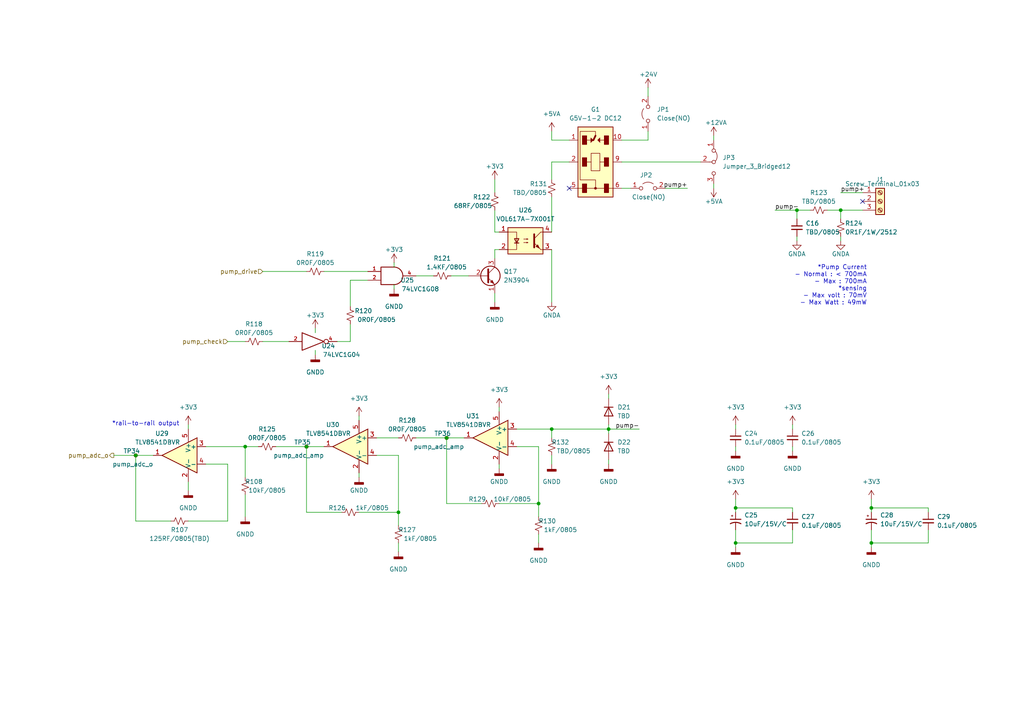
<source format=kicad_sch>
(kicad_sch (version 20211123) (generator eeschema)
  (paper "A4")
  (title_block (title "pump_motor_drive") (date "2022-07-12") (rev "rev01"))
  (lib_symbols
    (symbol "74xGxx:74LVC1G04" (pin_names (offset 1.016))
      (property "Reference" "U" (at -2.54 3.81 0))
      (property "Value" "74LVC1G04" (at 0 -3.81 0))
      (symbol "74LVC1G04_0_1"
        (polyline (pts (xy -3.81 2.54) (xy -3.81 -2.54) (xy 2.54 0) (xy -3.81 2.54)) (stroke (width 0.254)))
      )
      (symbol "74LVC1G04_1_1"
        (pin input line (at -7.62 0 0) (length 3.81) (name "~") (number "2"))
        (pin power_in line (at 0 -2.54 270) (length 0) hide (name "GND") (number "3"))
        (pin output inverted (at 6.35 0 180) (length 3.81) (name "~") (number "4"))
        (pin power_in line (at 0 2.54 90) (length 0) hide (name "VCC") (number "5"))
      )
    )
    (symbol "74xGxx:74LVC1G08" (pin_names (offset 1.016))
      (property "Reference" "U" (at -2.54 3.81 0))
      (property "Value" "74LVC1G08" (at 0 -3.81 0))
      (symbol "74LVC1G08_0_1"
        (arc (start 0 -2.54) (mid 2.54 0) (end 0 2.54) (stroke (width 0.254)))
        (polyline (pts (xy 0 -2.54) (xy -3.81 -2.54) (xy -3.81 2.54) (xy 0 2.54)) (stroke (width 0.254)))
      )
      (symbol "74LVC1G08_1_1"
        (pin input line (at -7.62 1.27 0) (length 3.81) (name "~") (number "1"))
        (pin input line (at -7.62 -1.27 0) (length 3.81) (name "~") (number "2"))
        (pin power_in line (at 0 -2.54 270) (length 0) hide (name "GND") (number "3"))
        (pin output line (at 6.35 0 180) (length 3.81) (name "~") (number "4"))
        (pin power_in line (at 0 2.54 90) (length 0) hide (name "VCC") (number "5"))
      )
    )
    (symbol "Amplifier_Operational:TLV2371DBV" (pin_names (offset 0.127))
      (property "Reference" "U" (at -1.27 6.35 0))
      (property "Value" "TLV2371DBV" (at -1.27 3.81 0))
      (symbol "TLV2371DBV_0_1"
        (polyline (pts (xy -5.08 5.08) (xy 5.08 0) (xy -5.08 -5.08) (xy -5.08 5.08)) (stroke (width 0.254)) (fill (type background)))
        (pin power_in line (at -2.54 -7.62 90) (length 3.81) (name "V-") (number "2"))
        (pin power_in line (at -2.54 7.62 270) (length 3.81) (name "V+") (number "5"))
      )
      (symbol "TLV2371DBV_1_1"
        (pin output line (at 7.62 0 180) (length 2.54) (name "~") (number "1"))
        (pin input line (at -7.62 2.54 0) (length 2.54) (name "+") (number "3"))
        (pin input line (at -7.62 -2.54 0) (length 2.54) (name "-") (number "4"))
      )
    )
    (symbol "Connector:Screw_Terminal_01x03" (pin_names (offset 1.016) hide)
      (property "Reference" "J" (at 0 5.08 0))
      (property "Value" "Screw_Terminal_01x03" (at 0 -5.08 0))
      (symbol "Screw_Terminal_01x03_1_1"
        (rectangle (start -1.27 3.81) (end 1.27 -3.81) (stroke (width 0.254)) (fill (type background)))
        (circle (center 0 -2.54) (radius 0.635) (stroke (width 0.1524)))
        (polyline (pts (xy -0.5334 -2.2098) (xy 0.3302 -3.048)) (stroke (width 0.1524)))
        (polyline (pts (xy -0.5334 0.3302) (xy 0.3302 -0.508)) (stroke (width 0.1524)))
        (polyline (pts (xy -0.5334 2.8702) (xy 0.3302 2.032)) (stroke (width 0.1524)))
        (polyline (pts (xy -0.3556 -2.032) (xy 0.508 -2.8702)) (stroke (width 0.1524)))
        (polyline (pts (xy -0.3556 0.508) (xy 0.508 -0.3302)) (stroke (width 0.1524)))
        (polyline (pts (xy -0.3556 3.048) (xy 0.508 2.2098)) (stroke (width 0.1524)))
        (circle (center 0 0) (radius 0.635) (stroke (width 0.1524)))
        (circle (center 0 2.54) (radius 0.635) (stroke (width 0.1524)))
        (pin passive line (at -5.08 2.54 0) (length 3.81) (name "Pin_1") (number "1"))
        (pin passive line (at -5.08 0 0) (length 3.81) (name "Pin_2") (number "2"))
        (pin passive line (at -5.08 -2.54 0) (length 3.81) (name "Pin_3") (number "3"))
      )
    )
    (symbol "Connector:TestPoint_Small" (pin_numbers hide) (pin_names (offset 0.762) hide)
      (property "Reference" "TP" (at 0 3.81 0))
      (property "Value" "TestPoint_Small" (at 0 2.032 0))
      (symbol "TestPoint_Small_0_1"
        (circle (center 0 0) (radius 0.508))
      )
      (symbol "TestPoint_Small_1_1"
        (pin passive line (at 0 0 90) (length 0) (name "1") (number "1"))
      )
    )
    (symbol "Device:C_Polarized_Small_US" (pin_numbers hide) (pin_names (offset 0.254) hide)
      (property "Reference" "C" (at 0.254 1.778 0))
      (property "Value" "C_Polarized_Small_US" (at 0.254 -2.032 0))
      (symbol "C_Polarized_Small_US_0_1"
        (polyline (pts (xy -1.524 0.508) (xy 1.524 0.508)) (stroke (width 0.3048)))
        (polyline (pts (xy -1.27 1.524) (xy -0.762 1.524)))
        (polyline (pts (xy -1.016 1.27) (xy -1.016 1.778)))
        (arc (start 1.524 -0.762) (mid 0 -0.3734) (end -1.524 -0.762) (stroke (width 0.3048)))
      )
      (symbol "C_Polarized_Small_US_1_1"
        (pin passive line (at 0 2.54 270) (length 2.032) (name "~") (number "1"))
        (pin passive line (at 0 -2.54 90) (length 2.032) (name "~") (number "2"))
      )
    )
    (symbol "Device:C_Small" (pin_numbers hide) (pin_names (offset 0.254) hide)
      (property "Reference" "C" (at 0.254 1.778 0))
      (property "Value" "C_Small" (at 0.254 -2.032 0))
      (symbol "C_Small_0_1"
        (polyline (pts (xy -1.524 -0.508) (xy 1.524 -0.508)) (stroke (width 0.3302)))
        (polyline (pts (xy -1.524 0.508) (xy 1.524 0.508)) (stroke (width 0.3048)))
      )
      (symbol "C_Small_1_1"
        (pin passive line (at 0 2.54 270) (length 2.032) (name "~") (number "1"))
        (pin passive line (at 0 -2.54 90) (length 2.032) (name "~") (number "2"))
      )
    )
    (symbol "Device:R_Small_US" (pin_numbers hide) (pin_names (offset 0.254) hide)
      (property "Reference" "R" (at 0.762 0.508 0))
      (property "Value" "R_Small_US" (at 0.762 -1.016 0))
      (symbol "R_Small_US_1_1"
        (polyline (pts (xy 0 0) (xy 1.016 -0.381) (xy 0 -0.762) (xy -1.016 -1.143) (xy 0 -1.524)))
        (polyline (pts (xy 0 1.524) (xy 1.016 1.143) (xy 0 0.762) (xy -1.016 0.381) (xy 0 0)))
        (pin passive line (at 0 2.54 270) (length 1.016) (name "~") (number "1"))
        (pin passive line (at 0 -2.54 90) (length 1.016) (name "~") (number "2"))
      )
    )
    (symbol "Diode:1N4148W" (pin_numbers hide) (pin_names (offset 1.016) hide)
      (property "Reference" "D" (at 0 2.54 0))
      (property "Value" "1N4148W" (at 0 -2.54 0))
      (symbol "1N4148W_0_1"
        (polyline (pts (xy -1.27 1.27) (xy -1.27 -1.27)) (stroke (width 0.254)))
        (polyline (pts (xy 1.27 0) (xy -1.27 0)))
        (polyline (pts (xy 1.27 1.27) (xy 1.27 -1.27) (xy -1.27 0) (xy 1.27 1.27)) (stroke (width 0.254)))
      )
      (symbol "1N4148W_1_1"
        (pin passive line (at -3.81 0 0) (length 2.54) (name "K") (number "1"))
        (pin passive line (at 3.81 0 180) (length 2.54) (name "A") (number "2"))
      )
    )
    (symbol "Isolator:SFH617A-1" (pin_names (offset 1.016))
      (property "Reference" "U" (at -5.08 5.08 0))
      (property "Value" "SFH617A-1" (at 0 5.08 0))
      (symbol "SFH617A-1_0_1"
        (rectangle (start -5.08 3.81) (end 5.08 -3.81) (stroke (width 0.254)) (fill (type background)))
        (polyline (pts (xy -3.175 -0.635) (xy -1.905 -0.635)) (stroke (width 0.254)))
        (polyline (pts (xy 2.54 0.635) (xy 4.445 2.54)))
        (polyline (pts (xy 4.445 -2.54) (xy 2.54 -0.635)) (fill (type outline)))
        (polyline (pts (xy 4.445 -2.54) (xy 5.08 -2.54)))
        (polyline (pts (xy 4.445 2.54) (xy 5.08 2.54)))
        (polyline (pts (xy -2.54 -0.635) (xy -2.54 -2.54) (xy -5.08 -2.54)))
        (polyline (pts (xy 2.54 1.905) (xy 2.54 -1.905) (xy 2.54 -1.905)) (stroke (width 0.508)))
        (polyline (pts (xy -5.08 2.54) (xy -2.54 2.54) (xy -2.54 -1.27) (xy -2.54 0.635)))
        (polyline (pts (xy -2.54 -0.635) (xy -3.175 0.635) (xy -1.905 0.635) (xy -2.54 -0.635)) (stroke (width 0.254)))
        (polyline (pts (xy -0.508 -0.508) (xy 0.762 -0.508) (xy 0.381 -0.635) (xy 0.381 -0.381) (xy 0.762 -0.508)))
        (polyline (pts (xy -0.508 0.508) (xy 0.762 0.508) (xy 0.381 0.381) (xy 0.381 0.635) (xy 0.762 0.508)))
        (polyline (pts (xy 3.048 -1.651) (xy 3.556 -1.143) (xy 4.064 -2.159) (xy 3.048 -1.651) (xy 3.048 -1.651)) (fill (type outline)))
      )
      (symbol "SFH617A-1_1_1"
        (pin passive line (at -7.62 2.54 0) (length 2.54) (name "~") (number "1"))
        (pin passive line (at -7.62 -2.54 0) (length 2.54) (name "~") (number "2"))
        (pin passive line (at 7.62 -2.54 180) (length 2.54) (name "~") (number "3"))
        (pin passive line (at 7.62 2.54 180) (length 2.54) (name "~") (number "4"))
      )
    )
    (symbol "Jumper:Jumper_2_Open" (pin_names (offset 0) hide)
      (property "Reference" "JP" (at 0 2.794 0))
      (property "Value" "Jumper_2_Open" (at 0 -2.286 0))
      (symbol "Jumper_2_Open_0_0"
        (circle (center -2.032 0) (radius 0.508))
        (circle (center 2.032 0) (radius 0.508))
      )
      (symbol "Jumper_2_Open_0_1"
        (arc (start 1.524 1.27) (mid 0 1.778) (end -1.524 1.27))
      )
      (symbol "Jumper_2_Open_1_1"
        (pin passive line (at -5.08 0 0) (length 2.54) (name "A") (number "1"))
        (pin passive line (at 5.08 0 180) (length 2.54) (name "B") (number "2"))
      )
    )
    (symbol "Jumper:Jumper_3_Bridged12" (pin_names (offset 0) hide)
      (property "Reference" "JP" (at -2.54 -2.54 0))
      (property "Value" "Jumper_3_Bridged12" (at 0 2.794 0))
      (symbol "Jumper_3_Bridged12_0_0"
        (circle (center -3.302 0) (radius 0.508))
        (circle (center 0 0) (radius 0.508))
        (circle (center 3.302 0) (radius 0.508))
      )
      (symbol "Jumper_3_Bridged12_0_1"
        (arc (start -0.254 0.508) (mid -1.651 0.9912) (end -3.048 0.508))
        (polyline (pts (xy 0 -1.27) (xy 0 -0.508)))
      )
      (symbol "Jumper_3_Bridged12_1_1"
        (pin passive line (at -6.35 0 0) (length 2.54) (name "A") (number "1"))
        (pin passive line (at 0 -3.81 90) (length 2.54) (name "C") (number "2"))
        (pin passive line (at 6.35 0 180) (length 2.54) (name "B") (number "3"))
      )
    )
    (symbol "Relay:FINDER-40.41"
      (property "Reference" "G?" (at 11.43 1.2701 0))
      (property "Value" "G5V-1-2 DC12" (at 11.43 -1.2699 0))
      (symbol "FINDER-40.41_0_1"
        (rectangle (start -10.16 5.08) (end 10.16 -5.08) (stroke (width 0.254)) (fill (type background)))
        (rectangle (start -7.62 -2.54) (end -5.08 -3.81) (fill (type outline)))
        (rectangle (start -7.62 3.81) (end -5.08 2.54) (fill (type outline)))
        (rectangle (start -2.54 1.27) (end 2.54 -1.27))
        (rectangle (start -1.27 -2.54) (end 1.27 -3.81) (fill (type outline)))
        (rectangle (start -1.27 3.81) (end 1.27 2.54) (fill (type outline)))
        (polyline (pts (xy -6.35 -1.27) (xy -6.35 -2.54)))
        (polyline (pts (xy -6.35 1.27) (xy -6.35 2.54)))
        (polyline (pts (xy -6.324 0.6235) (xy -7.62 0)) (stroke (width 0.508)))
        (polyline (pts (xy 0 -2.54) (xy 0 -1.27)))
        (polyline (pts (xy 0 2.54) (xy 0 1.27)))
        (polyline (pts (xy 7.62 -3.81) (xy 7.62 -5.08)))
        (polyline (pts (xy 7.62 2.54) (xy 7.62 -2.54)))
        (polyline (pts (xy 7.62 5.08) (xy 7.62 3.81)))
        (polyline (pts (xy -5.7264 -1.2762) (xy -6.9964 -1.2762) (xy -6.3614 -0.6412) (xy -5.7264 -1.2762)) (fill (type outline)))
        (polyline (pts (xy -5.7004 1.3479) (xy -6.9704 1.3479) (xy -6.3354 0.7129) (xy -5.7004 1.3479)) (fill (type outline)))
        (polyline (pts (xy -7.62 0) (xy -8.89 0) (xy -8.8754 4.4668) (xy 5.186 4.4668) (xy 5.186 -0.0228) (xy 7.5556 -0.0228)))
        (rectangle (start 6.35 -2.54) (end 8.89 -3.81) (fill (type outline)))
        (rectangle (start 6.35 3.81) (end 8.89 2.54) (fill (type outline)))
        (circle (center 7.62 0) (radius 0.3072) (fill (type outline)))
      )
      (symbol "FINDER-40.41_1_1"
        (pin passive line (at -6.35 7.62 270) (length 2.54) (name "~") (number "1"))
        (pin passive line (at -6.35 -7.62 90) (length 2.54) (name "~") (number "10"))
        (pin passive line (at 0 7.62 270) (length 2.54) (name "~") (number "2"))
        (pin passive line (at 7.62 7.62 270) (length 2.54) (name "~") (number "5"))
        (pin passive line (at 7.62 -7.62 90) (length 2.54) (name "~") (number "6"))
        (pin passive line (at 0 -7.62 90) (length 2.54) (name "~") (number "9"))
      )
    )
    (symbol "Transistor_BJT:2N3904" (pin_names (offset 0) hide)
      (property "Reference" "Q" (at 5.08 1.905 0))
      (property "Value" "2N3904" (at 5.08 0 0))
      (symbol "2N3904_0_1"
        (polyline (pts (xy 0.635 0.635) (xy 2.54 2.54)))
        (polyline (pts (xy 0.635 -0.635) (xy 2.54 -2.54) (xy 2.54 -2.54)))
        (polyline (pts (xy 0.635 1.905) (xy 0.635 -1.905) (xy 0.635 -1.905)) (stroke (width 0.508)))
        (polyline (pts (xy 1.27 -1.778) (xy 1.778 -1.27) (xy 2.286 -2.286) (xy 1.27 -1.778) (xy 1.27 -1.778)) (fill (type outline)))
        (circle (center 1.27 0) (radius 2.8194) (stroke (width 0.254)))
      )
      (symbol "2N3904_1_1"
        (pin passive line (at 2.54 -5.08 90) (length 2.54) (name "E") (number "1"))
        (pin passive line (at -5.08 0 0) (length 5.715) (name "B") (number "2"))
        (pin passive line (at 2.54 5.08 270) (length 2.54) (name "C") (number "3"))
      )
    )
    (symbol "power:+12VA" (power) (pin_names (offset 0))
      (property "Value" "+12VA" (at 0 3.556 0))
      (symbol "+12VA_0_1"
        (polyline (pts (xy -0.762 1.27) (xy 0 2.54)))
        (polyline (pts (xy 0 0) (xy 0 2.54)))
        (polyline (pts (xy 0 2.54) (xy 0.762 1.27)))
      )
      (symbol "+12VA_1_1"
        (pin power_in line (at 0 0 90) (length 0) hide (name "+12VA") (number "1"))
      )
    )
    (symbol "power:+24V" (power) (pin_names (offset 0))
      (property "Value" "+24V" (at 0 3.556 0))
      (symbol "+24V_0_1"
        (polyline (pts (xy -0.762 1.27) (xy 0 2.54)))
        (polyline (pts (xy 0 0) (xy 0 2.54)))
        (polyline (pts (xy 0 2.54) (xy 0.762 1.27)))
      )
      (symbol "+24V_1_1"
        (pin power_in line (at 0 0 90) (length 0) hide (name "+24V") (number "1"))
      )
    )
    (symbol "power:+3V3" (power) (pin_names (offset 0))
      (property "Value" "+3V3" (at 0 3.556 0))
      (symbol "+3V3_0_1"
        (polyline (pts (xy -0.762 1.27) (xy 0 2.54)))
        (polyline (pts (xy 0 0) (xy 0 2.54)))
        (polyline (pts (xy 0 2.54) (xy 0.762 1.27)))
      )
      (symbol "+3V3_1_1"
        (pin power_in line (at 0 0 90) (length 0) hide (name "+3V3") (number "1"))
      )
    )
    (symbol "power:+5VA" (power) (pin_names (offset 0))
      (property "Value" "+5VA" (at 0 3.556 0))
      (symbol "+5VA_0_1"
        (polyline (pts (xy -0.762 1.27) (xy 0 2.54)))
        (polyline (pts (xy 0 0) (xy 0 2.54)))
        (polyline (pts (xy 0 2.54) (xy 0.762 1.27)))
      )
      (symbol "+5VA_1_1"
        (pin power_in line (at 0 0 90) (length 0) hide (name "+5VA") (number "1"))
      )
    )
    (symbol "power:GNDA" (power) (pin_names (offset 0))
      (property "Value" "GNDA" (at 0 -3.81 0))
      (symbol "GNDA_0_1"
        (polyline (pts (xy 0 0) (xy 0 -1.27) (xy 1.27 -1.27) (xy 0 -2.54) (xy -1.27 -1.27) (xy 0 -1.27)))
      )
      (symbol "GNDA_1_1"
        (pin power_in line (at 0 0 270) (length 0) hide (name "GNDA") (number "1"))
      )
    )
    (symbol "power:GNDD" (power) (pin_names (offset 0))
      (property "Value" "GNDD" (at 0 -3.175 0))
      (symbol "GNDD_0_1"
        (rectangle (start -1.27 -1.524) (end 1.27 -2.032) (stroke (width 0.254)) (fill (type outline)))
        (polyline (pts (xy 0 0) (xy 0 -1.524)))
      )
      (symbol "GNDD_1_1"
        (pin power_in line (at 0 0 270) (length 0) hide (name "GNDD") (number "1"))
      )
    )
  )
  (junction (at 213.36 157.48))
  (junction (at 129.54 127))
  (junction (at 252.73 147.32))
  (junction (at 252.73 157.48))
  (junction (at 176.53 124.46))
  (junction (at 160.02 124.46))
  (junction (at 88.9 129.54))
  (junction (at 71.12 129.54))
  (junction (at 213.36 147.32))
  (junction (at 231.14 60.96))
  (junction (at 39.37 132.08))
  (junction (at 243.84 60.96))
  (junction (at 115.57 148.59))
  (junction (at 156.21 146.05))
  (no_connect (at 250.19 58.42))
  (no_connect (at 165.1 54.61))
  (wire (pts (xy 156.21 154.94) (xy 156.21 157.48)))
  (wire (pts (xy 129.54 127) (xy 134.62 127)))
  (wire (pts (xy 71.12 143.51) (xy 71.12 149.86)))
  (wire (pts (xy 213.36 157.48) (xy 213.36 158.75)))
  (wire (pts (xy 243.84 60.96) (xy 250.19 60.96)))
  (wire (pts (xy 207.01 53.34) (xy 207.01 54.61)))
  (wire (pts (xy 176.53 114.3) (xy 176.53 115.57)))
  (wire (pts (xy 243.84 60.96) (xy 243.84 63.5)))
  (wire (pts (xy 93.98 78.74) (xy 106.68 78.74)))
  (wire (pts (xy 229.87 129.54) (xy 229.87 130.81)))
  (wire (pts (xy 160.02 124.46) (xy 160.02 127)))
  (wire (pts (xy 156.21 129.54) (xy 156.21 146.05)))
  (wire (pts (xy 160.02 124.46) (xy 176.53 124.46)))
  (wire (pts (xy 39.37 132.08) (xy 33.02 132.08)))
  (wire (pts (xy 229.87 147.32) (xy 213.36 147.32)))
  (wire (pts (xy 269.24 148.59) (xy 269.24 147.32)))
  (wire (pts (xy 129.54 127) (xy 129.54 146.05)))
  (wire (pts (xy 120.65 80.01) (xy 125.73 80.01)))
  (wire (pts (xy 76.2 78.74) (xy 88.9 78.74)))
  (wire (pts (xy 160.02 38.1) (xy 160.02 40.64)))
  (wire (pts (xy 54.61 123.19) (xy 54.61 124.46)))
  (wire (pts (xy 115.57 148.59) (xy 115.57 152.4)))
  (wire (pts (xy 109.22 132.08) (xy 115.57 132.08)))
  (wire (pts (xy 88.9 129.54) (xy 93.98 129.54)))
  (wire (pts (xy 91.44 101.6) (xy 91.44 102.87)))
  (wire (pts (xy 80.01 129.54) (xy 88.9 129.54)))
  (wire (pts (xy 54.61 151.13) (xy 66.04 151.13)))
  (wire (pts (xy 88.9 129.54) (xy 88.9 148.59)))
  (wire (pts (xy 143.51 85.09) (xy 143.51 87.63)))
  (wire (pts (xy 193.04 54.61) (xy 199.39 54.61)))
  (wire (pts (xy 76.2 99.06) (xy 83.82 99.06)))
  (wire (pts (xy 59.69 134.62) (xy 66.04 134.62)))
  (wire (pts (xy 252.73 157.48) (xy 252.73 158.75)))
  (wire (pts (xy 149.86 124.46) (xy 160.02 124.46)))
  (wire (pts (xy 144.78 146.05) (xy 156.21 146.05)))
  (wire (pts (xy 252.73 144.78) (xy 252.73 147.32)))
  (wire (pts (xy 115.57 157.48) (xy 115.57 160.02)))
  (wire (pts (xy 231.14 68.58) (xy 231.14 69.85)))
  (wire (pts (xy 229.87 124.46) (xy 229.87 123.19)))
  (wire (pts (xy 97.79 99.06) (xy 101.6 99.06)))
  (wire (pts (xy 143.51 60.96) (xy 143.51 67.31)))
  (wire (pts (xy 101.6 88.9) (xy 101.6 81.28)))
  (wire (pts (xy 180.34 46.99) (xy 203.2 46.99)))
  (wire (pts (xy 243.84 68.58) (xy 243.84 69.85)))
  (wire (pts (xy 71.12 129.54) (xy 74.93 129.54)))
  (wire (pts (xy 101.6 81.28) (xy 106.68 81.28)))
  (wire (pts (xy 71.12 129.54) (xy 71.12 138.43)))
  (wire (pts (xy 187.96 40.64) (xy 187.96 38.1)))
  (wire (pts (xy 160.02 57.15) (xy 160.02 67.31)))
  (wire (pts (xy 176.53 124.46) (xy 185.42 124.46)))
  (wire (pts (xy 213.36 124.46) (xy 213.36 123.19)))
  (wire (pts (xy 44.45 132.08) (xy 39.37 132.08)))
  (wire (pts (xy 160.02 46.99) (xy 165.1 46.99)))
  (wire (pts (xy 114.3 76.2) (xy 114.3 77.47)))
  (wire (pts (xy 229.87 153.67) (xy 229.87 157.48)))
  (wire (pts (xy 213.36 144.78) (xy 213.36 147.32)))
  (wire (pts (xy 180.34 54.61) (xy 182.88 54.61)))
  (wire (pts (xy 213.36 157.48) (xy 229.87 157.48)))
  (wire (pts (xy 39.37 151.13) (xy 49.53 151.13)))
  (wire (pts (xy 109.22 127) (xy 115.57 127)))
  (wire (pts (xy 231.14 60.96) (xy 234.95 60.96)))
  (wire (pts (xy 240.03 60.96) (xy 243.84 60.96)))
  (wire (pts (xy 231.14 63.5) (xy 231.14 60.96)))
  (wire (pts (xy 104.14 137.16) (xy 104.14 138.43)))
  (wire (pts (xy 269.24 147.32) (xy 252.73 147.32)))
  (wire (pts (xy 144.78 72.39) (xy 143.51 72.39)))
  (wire (pts (xy 187.96 27.94) (xy 187.96 25.4)))
  (wire (pts (xy 129.54 146.05) (xy 139.7 146.05)))
  (wire (pts (xy 176.53 133.35) (xy 176.53 134.62)))
  (wire (pts (xy 165.1 40.64) (xy 160.02 40.64)))
  (wire (pts (xy 160.02 46.99) (xy 160.02 52.07)))
  (wire (pts (xy 143.51 67.31) (xy 144.78 67.31)))
  (wire (pts (xy 54.61 139.7) (xy 54.61 142.24)))
  (wire (pts (xy 176.53 124.46) (xy 176.53 125.73)))
  (wire (pts (xy 213.36 147.32) (xy 213.36 148.59)))
  (wire (pts (xy 224.79 60.96) (xy 231.14 60.96)))
  (wire (pts (xy 130.81 80.01) (xy 135.89 80.01)))
  (wire (pts (xy 101.6 93.98) (xy 101.6 99.06)))
  (wire (pts (xy 176.53 123.19) (xy 176.53 124.46)))
  (wire (pts (xy 66.04 134.62) (xy 66.04 151.13)))
  (wire (pts (xy 144.78 118.11) (xy 144.78 119.38)))
  (wire (pts (xy 115.57 132.08) (xy 115.57 148.59)))
  (wire (pts (xy 104.14 148.59) (xy 115.57 148.59)))
  (wire (pts (xy 252.73 153.67) (xy 252.73 157.48)))
  (wire (pts (xy 149.86 129.54) (xy 156.21 129.54)))
  (wire (pts (xy 252.73 147.32) (xy 252.73 148.59)))
  (wire (pts (xy 180.34 40.64) (xy 187.96 40.64)))
  (wire (pts (xy 160.02 72.39) (xy 160.02 87.63)))
  (wire (pts (xy 91.44 95.25) (xy 91.44 96.52)))
  (wire (pts (xy 88.9 148.59) (xy 99.06 148.59)))
  (wire (pts (xy 213.36 129.54) (xy 213.36 130.81)))
  (wire (pts (xy 120.65 127) (xy 129.54 127)))
  (wire (pts (xy 269.24 153.67) (xy 269.24 157.48)))
  (wire (pts (xy 243.84 55.88) (xy 250.19 55.88)))
  (wire (pts (xy 207.01 39.37) (xy 207.01 40.64)))
  (wire (pts (xy 143.51 72.39) (xy 143.51 74.93)))
  (wire (pts (xy 59.69 129.54) (xy 71.12 129.54)))
  (wire (pts (xy 144.78 134.62) (xy 144.78 135.89)))
  (wire (pts (xy 104.14 120.65) (xy 104.14 121.92)))
  (wire (pts (xy 213.36 153.67) (xy 213.36 157.48)))
  (wire (pts (xy 229.87 148.59) (xy 229.87 147.32)))
  (wire (pts (xy 66.04 99.06) (xy 71.12 99.06)))
  (wire (pts (xy 114.3 82.55) (xy 114.3 83.82)))
  (wire (pts (xy 39.37 151.13) (xy 39.37 132.08)))
  (wire (pts (xy 160.02 132.08) (xy 160.02 134.62)))
  (wire (pts (xy 143.51 55.88) (xy 143.51 52.07)))
  (wire (pts (xy 156.21 146.05) (xy 156.21 149.86)))
  (wire (pts (xy 252.73 157.48) (xy 269.24 157.48)))
  (text "*rail-to-rail output\n\n" (at 52.07 125.73 180) (effects (font (size 1.27 1.27)) (justify right bottom)))
  (text "*Pump Current\n- Normal : < 700mA\n- Max : 700mA\n*sensing\n- Max volt : 70mV\n- Max Watt : 49mW\n\n\n" (at 251.46 92.71 0) (effects (font (size 1.27 1.27)) (justify right bottom)))
  (label "pump+" (at 243.84 55.88 0))
  (label "pump-" (at 185.42 124.46 180))
  (label "pump-" (at 224.79 60.96 0))
  (label "pump+" (at 199.39 54.61 180))
  (hierarchical_label "pump_drive" (shape input) (at 76.2 78.74 180))
  (hierarchical_label "pump_check" (shape input) (at 66.04 99.06 180))
  (hierarchical_label "pump_adc_o" (shape output) (at 33.02 132.08 180))
  (symbol (lib_id "power:GNDD") (at 143.51 87.63 0) (unit 1)
    (property "Reference" "#PWR06" (effects hide))
    (property "Value" "GNDD" (at 143.51 92.71 0))
  )
  (symbol (lib_id "power:GNDD") (at 104.14 138.43 0) (mirror y) (unit 1)
    (property "Reference" "#PWR079" (effects hide))
    (property "Value" "GNDD" (at 104.14 142.24 0))
  )
  (symbol (lib_id "Device:C_Small") (at 231.14 66.04 0) (unit 1)
    (property "Reference" "C16" (at 233.68 64.7762 0) (effects (justify left)))
    (property "Value" "TBD/0805" (at 233.68 67.3162 0) (effects (justify left)))
  )
  (symbol (lib_id "power:+5VA") (at 160.02 38.1 0) (unit 1)
    (property "Reference" "#PWR07" (effects hide))
    (property "Value" "+5VA" (at 160.02 33.02 0))
  )
  (symbol (lib_id "power:+3V3") (at 143.51 52.07 0) (unit 1)
    (property "Reference" "#PWR05" (effects hide))
    (property "Value" "+3V3" (at 143.51 48.26 0))
  )
  (symbol (lib_id "power:+12VA") (at 207.01 39.37 0) (unit 1)
    (property "Reference" "#PWR088" (effects hide))
    (property "Value" "+12VA" (at 204.47 35.56 0) (effects (justify left)))
  )
  (symbol (lib_id "Device:C_Polarized_Small_US") (at 252.73 151.13 0) (unit 1)
    (property "Reference" "C28" (at 255.27 149.4281 0) (effects (justify left)))
    (property "Value" "10uF/15V/C" (at 255.27 151.9681 0) (effects (justify left)))
  )
  (symbol (lib_id "power:GNDA") (at 160.02 87.63 0) (unit 1)
    (property "Reference" "#PWR08" (effects hide))
    (property "Value" "GNDA" (at 160.02 91.44 0))
  )
  (symbol (lib_id "Device:R_Small_US") (at 143.51 58.42 180) (unit 1)
    (property "Reference" "R122" (at 139.7 57.15 0))
    (property "Value" "68RF/0805" (at 137.16 59.69 0))
  )
  (symbol (lib_id "power:GNDD") (at 91.44 102.87 0) (unit 1)
    (property "Reference" "#PWR02" (effects hide))
    (property "Value" "GNDD" (at 91.44 107.95 0))
  )
  (symbol (lib_id "power:GNDD") (at 213.36 158.75 0) (unit 1)
    (property "Reference" "#PWR093" (effects hide))
    (property "Value" "GNDD" (at 213.36 163.83 0))
  )
  (symbol (lib_id "power:+5VA") (at 207.01 54.61 180) (unit 1)
    (property "Reference" "#PWR089" (effects hide))
    (property "Value" "+5VA" (at 204.47 58.42 0) (effects (justify right)))
  )
  (symbol (lib_id "power:GNDD") (at 54.61 142.24 0) (mirror y) (unit 1)
    (property "Reference" "#PWR076" (effects hide))
    (property "Value" "GNDD" (at 54.61 147.32 0))
  )
  (symbol (lib_id "Device:R_Small_US") (at 91.44 78.74 90) (unit 1)
    (property "Reference" "R119" (at 91.44 73.66 90))
    (property "Value" "0R0F/0805" (at 91.44 76.2 90))
  )
  (symbol (lib_id "power:GNDD") (at 115.57 160.02 0) (mirror y) (unit 1)
    (property "Reference" "#PWR080" (effects hide))
    (property "Value" "GNDD" (at 115.57 165.1 0))
  )
  (symbol (lib_id "power:GNDD") (at 71.12 149.86 0) (mirror y) (unit 1)
    (property "Reference" "#PWR077" (effects hide))
    (property "Value" "GNDD" (at 71.12 154.94 0))
  )
  (symbol (lib_id "Connector:TestPoint_Small") (at 39.37 132.08 0) (mirror y) (unit 1)
    (property "Reference" "TP34" (at 40.64 130.81 0) (effects (justify left)))
    (property "Value" "pump_adc_o" (at 44.45 134.62 0) (effects (justify left)))
  )
  (symbol (lib_id "power:+3V3") (at 104.14 120.65 0) (unit 1)
    (property "Reference" "#PWR078" (effects hide))
    (property "Value" "+3V3" (at 104.14 115.57 0))
  )
  (symbol (lib_id "Jumper:Jumper_2_Open") (at 187.96 33.02 90) (unit 1)
    (property "Reference" "JP1" (at 190.5 31.75 90) (effects (justify right)))
    (property "Value" "Close(NO)" (at 190.5 34.29 90) (effects (justify right)))
  )
  (symbol (lib_id "power:+3V3") (at 229.87 123.19 0) (unit 1)
    (property "Reference" "#PWR094" (effects hide))
    (property "Value" "+3V3" (at 229.87 118.11 0))
  )
  (symbol (lib_id "Device:R_Small_US") (at 73.66 99.06 90) (unit 1)
    (property "Reference" "R118" (at 73.66 93.98 90))
    (property "Value" "0R0F/0805" (at 73.66 96.52 90))
  )
  (symbol (lib_id "Device:C_Small") (at 229.87 151.13 0) (unit 1)
    (property "Reference" "C27" (at 232.41 149.8662 0) (effects (justify left)))
    (property "Value" "0.1uF/0805" (at 232.41 152.4062 0) (effects (justify left)))
  )
  (symbol (lib_id "Device:R_Small_US") (at 118.11 127 90) (unit 1)
    (property "Reference" "R128" (at 118.11 121.92 90))
    (property "Value" "0R0F/0805" (at 118.11 124.46 90))
  )
  (symbol (lib_id "power:+3V3") (at 91.44 95.25 0) (unit 1)
    (property "Reference" "#PWR01" (effects hide))
    (property "Value" "+3V3" (at 91.44 91.44 0))
  )
  (symbol (lib_id "Device:R_Small_US") (at 128.27 80.01 270) (unit 1)
    (property "Reference" "R121" (at 128.27 74.93 90))
    (property "Value" "1.4KF/0805" (at 129.54 77.47 90))
  )
  (symbol (lib_id "Device:R_Small_US") (at 243.84 66.04 180) (unit 1)
    (property "Reference" "R124" (at 247.65 64.77 0))
    (property "Value" "0R1F/1W/2512" (at 252.73 67.31 0))
    (property "P/N" "LR2512-22R010F4" (effects hide))
  )
  (symbol (lib_id "Connector:Screw_Terminal_01x03") (at 255.27 58.42 0) (unit 1)
    (property "Reference" "J1" (at 254 52.07 0) (effects (justify left)))
    (property "Value" "Screw_Terminal_01x03" (at 245.11 53.34 0) (effects (justify left)))
  )
  (symbol (lib_id "power:GNDA") (at 231.14 69.85 0) (unit 1)
    (property "Reference" "#PWR063" (effects hide))
    (property "Value" "GNDA" (at 231.14 73.66 0))
  )
  (symbol (lib_id "Connector:TestPoint_Small") (at 129.54 127 0) (mirror y) (unit 1)
    (property "Reference" "TP36" (at 130.81 125.73 0) (effects (justify left)))
    (property "Value" "pump_adc_amp" (at 134.62 129.54 0) (effects (justify left)))
    (property "Reference" "TP?" (effects hide))
    (property "Value" "vavle_adc1" (effects hide))
  )
  (symbol (lib_id "Amplifier_Operational:TLV2371DBV") (at 101.6 129.54 0) (mirror y) (unit 1)
    (property "Reference" "U30" (at 96.52 123.19 0))
    (property "Value" "TLV8541DBVR" (at 95.25 125.73 0))
    (property "Footprint" "Package_TO_SOT_SMD:SOT-23-5" (effects hide))
    (property "Datasheet" "http://www.ti.com/lit/ds/symlink/tlv2375.pdf" (effects hide))
  )
  (symbol (lib_id "power:GNDD") (at 213.36 130.81 0) (unit 1)
    (property "Reference" "#PWR091" (effects hide))
    (property "Value" "GNDD" (at 213.36 135.89 0))
  )
  (symbol (lib_id "Device:C_Small") (at 213.36 127 0) (unit 1)
    (property "Reference" "C24" (at 215.9 125.7362 0) (effects (justify left)))
    (property "Value" "0.1uF/0805" (at 215.9 128.2762 0) (effects (justify left)))
  )
  (symbol (lib_id "power:GNDD") (at 144.78 135.89 0) (mirror y) (unit 1)
    (property "Reference" "#PWR082" (effects hide))
    (property "Value" "GNDD" (at 144.78 139.7 0))
  )
  (symbol (lib_id "power:GNDD") (at 160.02 134.62 0) (mirror y) (unit 1)
    (property "Reference" "#PWR084" (effects hide))
    (property "Value" "GNDD" (at 160.02 139.7 0))
  )
  (symbol (lib_id "power:+3V3") (at 213.36 123.19 0) (unit 1)
    (property "Reference" "#PWR090" (effects hide))
    (property "Value" "+3V3" (at 213.36 118.11 0))
  )
  (symbol (lib_id "Amplifier_Operational:TLV2371DBV") (at 142.24 127 0) (mirror y) (unit 1)
    (property "Reference" "U31" (at 137.16 120.65 0))
    (property "Value" "TLV8541DBVR" (at 135.89 123.19 0))
    (property "Footprint" "Package_TO_SOT_SMD:SOT-23-5" (effects hide))
    (property "Datasheet" "http://www.ti.com/lit/ds/symlink/tlv2375.pdf" (effects hide))
  )
  (symbol (lib_id "Device:R_Small_US") (at 160.02 129.54 180) (unit 1)
    (property "Reference" "R132" (at 162.56 128.27 0))
    (property "Value" "TBD/0805" (at 166.37 130.81 0))
  )
  (symbol (lib_id "Transistor_BJT:2N3904") (at 140.97 80.01 0) (unit 1)
    (property "Reference" "Q17" (at 146.05 78.7399 0) (effects (justify left)))
    (property "Value" "2N3904" (at 146.05 81.2799 0) (effects (justify left)))
    (property "Footprint" "Package_TO_SOT_THT:TO-92_Inline" (effects hide))
    (property "Datasheet" "https://www.onsemi.com/pub/Collateral/2N3903-D.PDF" (effects hide))
  )
  (symbol (lib_id "power:+3V3") (at 213.36 144.78 0) (unit 1)
    (property "Reference" "#PWR092" (effects hide))
    (property "Value" "+3V3" (at 213.36 139.7 0))
  )
  (symbol (lib_id "Device:C_Small") (at 269.24 151.13 0) (unit 1)
    (property "Reference" "C29" (at 271.78 149.8662 0) (effects (justify left)))
    (property "Value" "0.1uF/0805" (at 271.78 152.4062 0) (effects (justify left)))
  )
  (symbol (lib_id "Jumper:Jumper_3_Bridged12") (at 207.01 46.99 270) (unit 1)
    (property "Reference" "JP3" (at 209.55 45.7199 90) (effects (justify left)))
    (property "Value" "Jumper_3_Bridged12" (at 209.55 48.2599 90) (effects (justify left)))
  )
  (symbol (lib_id "Device:R_Small_US") (at 77.47 129.54 90) (unit 1)
    (property "Reference" "R125" (at 77.47 124.46 90))
    (property "Value" "0R0F/0805" (at 77.47 127 90))
  )
  (symbol (lib_id "74xGxx:74LVC1G08") (at 114.3 80.01 0) (unit 1)
    (property "Reference" "U25" (at 118.11 81.28 0))
    (property "Value" "74LVC1G08" (at 121.92 83.82 0))
    (property "Datasheet" "http://www.ti.com/lit/sg/scyt129e/scyt129e.pdf" (effects hide))
  )
  (symbol (lib_id "Device:R_Small_US") (at 156.21 152.4 180) (unit 1)
    (property "Reference" "R130" (at 158.75 151.13 0))
    (property "Value" "1kF/0805" (at 162.56 153.67 0))
  )
  (symbol (lib_id "Device:R_Small_US") (at 101.6 148.59 90) (unit 1)
    (property "Reference" "R126" (at 97.79 147.32 90))
    (property "Value" "1kF/0805" (at 107.95 147.32 90))
  )
  (symbol (lib_id "Diode:1N4148W") (at 176.53 119.38 270) (unit 1)
    (property "Reference" "D21" (at 179.07 118.1099 90) (effects (justify left)))
    (property "Value" "TBD" (at 179.07 120.6499 90) (effects (justify left)))
    (property "Footprint" "Diode_SMD:D_SOD-123" (effects hide))
    (property "Datasheet" "https://www.vishay.com/docs/85748/1n4148w.pdf" (effects hide))
  )
  (symbol (lib_id "Device:R_Small_US") (at 115.57 154.94 180) (unit 1)
    (property "Reference" "R127" (at 118.11 153.67 0))
    (property "Value" "1kF/0805" (at 121.92 156.21 0))
  )
  (symbol (lib_id "power:+3V3") (at 252.73 144.78 0) (unit 1)
    (property "Reference" "#PWR096" (effects hide))
    (property "Value" "+3V3" (at 252.73 139.7 0))
  )
  (symbol (lib_id "Device:R_Small_US") (at 142.24 146.05 90) (unit 1)
    (property "Reference" "R129" (at 138.43 144.78 90))
    (property "Value" "10kF/0805" (at 148.59 144.78 90))
  )
  (symbol (lib_id "Amplifier_Operational:TLV2371DBV") (at 52.07 132.08 0) (mirror y) (unit 1)
    (property "Reference" "U29" (at 46.99 125.73 0))
    (property "Value" "TLV8541DBVR" (at 45.72 128.27 0))
    (property "Footprint" "Package_TO_SOT_SMD:SOT-23-5" (effects hide))
    (property "Datasheet" "http://www.ti.com/lit/ds/symlink/tlv2375.pdf" (effects hide))
  )
  (symbol (lib_id "Connector:TestPoint_Small") (at 88.9 129.54 0) (mirror y) (unit 1)
    (property "Reference" "TP35" (at 90.17 128.27 0) (effects (justify left)))
    (property "Value" "pump_adc_amp" (at 93.98 132.08 0) (effects (justify left)))
    (property "Reference" "TP?" (effects hide))
    (property "Value" "vavle_adc1" (effects hide))
  )
  (symbol (lib_id "Jumper:Jumper_2_Open") (at 187.96 54.61 0) (unit 1)
    (property "Reference" "JP2" (at 189.23 50.8 0) (effects (justify right)))
    (property "Value" "Close(NO)" (at 193.04 57.15 0) (effects (justify right)))
  )
  (symbol (lib_id "Device:R_Small_US") (at 101.6 91.44 0) (unit 1)
    (property "Reference" "R120" (at 105.41 90.17 0))
    (property "Value" "0R0F/0805" (at 109.22 92.71 0))
  )
  (symbol (lib_id "Device:R_Small_US") (at 52.07 151.13 90) (unit 1)
    (property "Reference" "R107" (at 52.07 153.67 90))
    (property "Value" "125RF/0805(TBD)" (at 52.07 156.21 90))
  )
  (symbol (lib_id "power:GNDD") (at 156.21 157.48 0) (mirror y) (unit 1)
    (property "Reference" "#PWR083" (effects hide))
    (property "Value" "GNDD" (at 156.21 162.56 0))
  )
  (symbol (lib_id "Device:R_Small_US") (at 71.12 140.97 180) (unit 1)
    (property "Reference" "R108" (at 73.66 139.7 0))
    (property "Value" "10kF/0805" (at 77.47 142.24 0))
  )
  (symbol (lib_id "power:+3V3") (at 176.53 114.3 0) (unit 1)
    (property "Reference" "#PWR085" (effects hide))
    (property "Value" "+3V3" (at 176.53 109.22 0))
  )
  (symbol (lib_id "power:GNDD") (at 252.73 158.75 0) (unit 1)
    (property "Reference" "#PWR097" (effects hide))
    (property "Value" "GNDD" (at 252.73 163.83 0))
  )
  (symbol (lib_id "Relay:FINDER-40.41") (at 172.72 46.99 90) (mirror x) (unit 1)
    (property "Reference" "G1" (at 172.72 31.75 90))
    (property "Value" "G5V-1-2 DC12" (at 172.72 34.29 90))
    (property "Footprint" "Relay_THT:Relay_SPDT_G5V-1-2 DC12" (effects hide))
    (property "Datasheet" "https://www.finder-relais.net/de/finder-relais-serie-40.pdf" (effects hide))
  )
  (symbol (lib_id "power:GNDD") (at 176.53 134.62 0) (mirror y) (unit 1)
    (property "Reference" "#PWR086" (effects hide))
    (property "Value" "GNDD" (at 176.53 139.7 0))
  )
  (symbol (lib_id "Device:R_Small_US") (at 160.02 54.61 0) (unit 1)
    (property "Reference" "R131" (at 156.21 53.34 0))
    (property "Value" "TBD/0805" (at 153.67 55.88 0))
  )
  (symbol (lib_id "power:+3V3") (at 54.61 123.19 0) (mirror y) (unit 1)
    (property "Reference" "#PWR075" (effects hide))
    (property "Value" "+3V3" (at 54.61 118.11 0))
  )
  (symbol (lib_id "power:GNDD") (at 114.3 83.82 0) (unit 1)
    (property "Reference" "#PWR04" (effects hide))
    (property "Value" "GNDD" (at 114.3 88.9 0))
  )
  (symbol (lib_id "Diode:1N4148W") (at 176.53 129.54 270) (unit 1)
    (property "Reference" "D22" (at 179.07 128.2699 90) (effects (justify left)))
    (property "Value" "TBD" (at 179.07 130.8099 90) (effects (justify left)))
    (property "Reference" "D10" (effects hide))
    (property "Value" "1N4148W" (effects hide))
  )
  (symbol (lib_id "Device:C_Small") (at 229.87 127 0) (unit 1)
    (property "Reference" "C26" (at 232.41 125.7362 0) (effects (justify left)))
    (property "Value" "0.1uF/0805" (at 232.41 128.2762 0) (effects (justify left)))
  )
  (symbol (lib_id "74xGxx:74LVC1G04") (at 91.44 99.06 0) (unit 1)
    (property "Reference" "U24" (at 95.25 100.33 0))
    (property "Value" "74LVC1G04" (at 99.06 102.87 0))
    (property "Datasheet" "http://www.ti.com/lit/sg/scyt129e/scyt129e.pdf" (effects hide))
  )
  (symbol (lib_id "power:+24V") (at 187.96 25.4 0) (unit 1)
    (property "Reference" "#PWR087" (effects hide))
    (property "Value" "+24V" (at 185.42 21.59 0) (effects (justify left)))
  )
  (symbol (lib_id "power:+3V3") (at 114.3 76.2 0) (unit 1)
    (property "Reference" "#PWR03" (effects hide))
    (property "Value" "+3V3" (at 114.3 72.39 0))
  )
  (symbol (lib_id "power:GNDD") (at 229.87 130.81 0) (unit 1)
    (property "Reference" "#PWR095" (effects hide))
    (property "Value" "GNDD" (at 229.87 135.89 0))
  )
  (symbol (lib_id "Device:R_Small_US") (at 237.49 60.96 270) (unit 1)
    (property "Reference" "R123" (at 237.49 55.88 90))
    (property "Value" "TBD/0805" (at 237.49 58.42 90))
  )
  (symbol (lib_id "power:+3V3") (at 144.78 118.11 0) (unit 1)
    (property "Reference" "#PWR081" (effects hide))
    (property "Value" "+3V3" (at 144.78 113.03 0))
  )
  (symbol (lib_id "Device:C_Polarized_Small_US") (at 213.36 151.13 0) (unit 1)
    (property "Reference" "C25" (at 215.9 149.4281 0) (effects (justify left)))
    (property "Value" "10uF/15V/C" (at 215.9 151.9681 0) (effects (justify left)))
  )
  (symbol (lib_id "power:GNDA") (at 243.84 69.85 0) (unit 1)
    (property "Reference" "#PWR064" (effects hide))
    (property "Value" "GNDA" (at 243.84 73.66 0))
  )
  (symbol (lib_id "Isolator:SFH617A-1") (at 152.4 69.85 0) (unit 1)
    (property "Reference" "U26" (at 152.4 60.96 0))
    (property "Value" "VOL617A-7X001T" (at 152.4 63.5 0))
    (property "Footprint" "Package_DIP:DIP-4_W7.62mm" (effects hide))
    (property "Datasheet" "http://www.vishay.com/docs/83740/sfh617a.pdf" (effects hide))
  )
)
</source>
